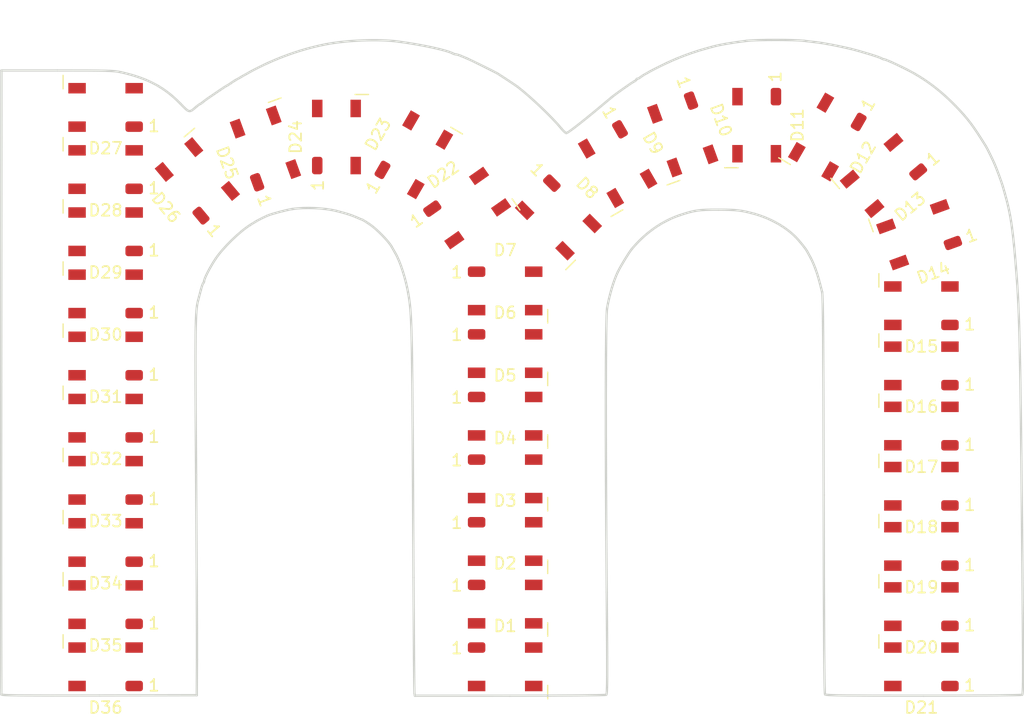
<source format=kicad_pcb>
(kicad_pcb (version 20221018) (generator pcbnew)
  (layers (0 "F.Cu" signal) (31 "B.Cu" signal) (34 "B.Paste" user) (35 "F.Paste" user) (36 "B.SilkS" user "B.Silkscreen") (37 "F.SilkS" user "F.Silkscreen") (38 "B.Mask" user) (39 "F.Mask" user) (44 "Edge.Cuts" user))
  (net 0 "")
  (net 1 "+5V")
  (net 2 "Net-(D1-DOUT)")
  (net 3 "GND")
  (net 5 "Net-(D2-DOUT)")
  (net 6 "Net-(D3-DOUT)")
  (net 7 "Net-(D4-DOUT)")
  (net 8 "Net-(D5-DOUT)")
  (net 9 "Net-(D6-DOUT)")
  (net 10 "Net-(D7-DOUT)")
  (net 11 "Net-(D8-DOUT)")
  (net 12 "Net-(D10-DIN)")
  (net 13 "Net-(D11-DOUT)")
  (net 14 "Net-(D12-DOUT)")
  (net 15 "Net-(D13-DOUT)")
  (net 16 "Net-(D14-DOUT)")
  (net 17 "Net-(D15-DOUT)")
  (net 18 "Net-(D16-DOUT)")
  (net 19 "Net-(D17-DOUT)")
  (net 20 "Net-(D18-DOUT)")
  (net 21 "Net-(D19-DOUT)")
  (net 22 "Net-(D21-DOUT)")
  (net 23 "Net-(D22-DOUT)")
  (net 24 "Net-(D23-DOUT)")
  (net 25 "Net-(D24-DOUT)")
  (net 26 "Net-(D25-DOUT)")
  (net 27 "Net-(D26-DOUT)")
  (net 28 "Net-(D27-DOUT)")
  (net 29 "Net-(D28-DOUT)")
  (net 30 "Net-(D29-DOUT)")
  (net 31 "Net-(D31-DOUT)")
  (net 32 "Net-(D10-DOUT)")
  (net 33 "Net-(D20-DOUT)")
  (net 34 "Net-(D30-DOUT)")
  (net 35 "Net-(D32-DOUT)")
  (net 36 "Net-(D33-DOUT)")
  (net 37 "Net-(D34-DOUT)")
  (net 38 "Net-(D35-DOUT)")
  (footprint "library:LED_WS2812B_PLCC4_5.0x5.0mm_P3.2mm" (layer "F.Cu") (at 181.774 90.593332 180)
    (fp_text reference "D17" (at 0 -3.5) (layer "F.SilkS"))
    (fp_text value "WS2812B")
    (fp_text user "1" (at -4.15 -1.6) (layer "F.SilkS"))
    (fp_line (start 3.65 2.75) (end 3.65 1.6) (stroke (width 0.12)) (layer "F.SilkS"))
    (pad "1" smd roundrect (at -2.45 -1.65 180) (size 1.5 0.9) (layers "F.Cu" "F.Paste" "F.Mask") (net 1 "+5V"))
    (pad "2" smd rect (at -2.45 1.65 180) (size 1.5 0.9) (layers "F.Cu" "F.Paste" "F.Mask") (net 19 "Net-(D17-DOUT)"))
    (pad "3" smd rect (at 2.45 1.65 180) (size 1.5 0.9) (layers "F.Cu" "F.Paste" "F.Mask") (net 3 "GND"))
    (pad "4" smd rect (at 2.45 -1.65 180) (size 1.5 0.9) (layers "F.Cu" "F.Paste" "F.Mask") (net 18 "Net-(D16-DOUT)"))
  )
  (footprint "library:LED_WS2812B_PLCC4_5.0x5.0mm_P3.2mm" (layer "F.Cu") (at 181.774 80.264 180)
    (fp_text reference "D15" (at 0 -3.5) (layer "F.SilkS"))
    (fp_text value "WS2812B")
    (fp_text user "1" (at -4.15 -1.6) (layer "F.SilkS"))
    (fp_line (start 3.65 2.75) (end 3.65 1.6) (stroke (width 0.12)) (layer "F.SilkS"))
    (pad "1" smd roundrect (at -2.45 -1.65 180) (size 1.5 0.9) (layers "F.Cu" "F.Paste" "F.Mask") (net 1 "+5V"))
    (pad "2" smd rect (at -2.45 1.65 180) (size 1.5 0.9) (layers "F.Cu" "F.Paste" "F.Mask") (net 17 "Net-(D15-DOUT)"))
    (pad "3" smd rect (at 2.45 1.65 180) (size 1.5 0.9) (layers "F.Cu" "F.Paste" "F.Mask") (net 3 "GND"))
    (pad "4" smd rect (at 2.45 -1.65 180) (size 1.5 0.9) (layers "F.Cu" "F.Paste" "F.Mask") (net 16 "Net-(D14-DOUT)"))
  )
  (footprint "library:LED_WS2812B_PLCC4_5.0x5.0mm_P3.2mm" (layer "F.Cu") (at 146.05 78.994)
    (fp_text reference "D7" (at 0 -3.5) (layer "F.SilkS"))
    (fp_text value "WS2812B")
    (fp_text user "1" (at -4.15 -1.6) (layer "F.SilkS"))
    (fp_line (start 3.65 2.75) (end 3.65 1.6) (stroke (width 0.12)) (layer "F.SilkS"))
    (pad "1" smd roundrect (at -2.45 -1.65) (size 1.5 0.9) (layers "F.Cu" "F.Paste" "F.Mask") (net 1 "+5V"))
    (pad "2" smd rect (at -2.45 1.65) (size 1.5 0.9) (layers "F.Cu" "F.Paste" "F.Mask") (net 10 "Net-(D7-DOUT)"))
    (pad "3" smd rect (at 2.45 1.65) (size 1.5 0.9) (layers "F.Cu" "F.Paste" "F.Mask") (net 3 "GND"))
    (pad "4" smd rect (at 2.45 -1.65) (size 1.5 0.9) (layers "F.Cu" "F.Paste" "F.Mask") (net 9 "Net-(D6-DOUT)"))
  )
  (footprint "library:LED_WS2812B_PLCC4_5.0x5.0mm_P3.2mm" (layer "F.Cu") (at 181.61 74.168 -160)
    (fp_text reference "D14" (at 0 -3.5 20) (layer "F.SilkS"))
    (fp_text value "WS2812B")
    (fp_text user "1" (at -4.15 -1.6 20) (layer "F.SilkS"))
    (fp_line (start 3.65 2.75) (end 3.65 1.6) (stroke (width 0.12)) (layer "F.SilkS"))
    (pad "1" smd roundrect (at -2.45 -1.65 200) (size 1.5 0.9) (layers "F.Cu" "F.Paste" "F.Mask") (net 1 "+5V"))
    (pad "2" smd rect (at -2.45 1.65 200) (size 1.5 0.9) (layers "F.Cu" "F.Paste" "F.Mask") (net 16 "Net-(D14-DOUT)"))
    (pad "3" smd rect (at 2.45 1.65 200) (size 1.5 0.9) (layers "F.Cu" "F.Paste" "F.Mask") (net 3 "GND"))
    (pad "4" smd rect (at 2.45 -1.65 200) (size 1.5 0.9) (layers "F.Cu" "F.Paste" "F.Mask") (net 15 "Net-(D13-DOUT)"))
  )
  (footprint "library:LED_WS2812B_PLCC4_5.0x5.0mm_P3.2mm" (layer "F.Cu") (at 125.476 66.802 110)
    (fp_text reference "D25" (at 0 -3.5 110) (layer "F.SilkS"))
    (fp_text value "WS2812B")
    (fp_text user "1" (at -4.15 -1.6 110) (layer "F.SilkS"))
    (fp_line (start 3.65 2.75) (end 3.65 1.6) (stroke (width 0.12)) (layer "F.SilkS"))
    (pad "1" smd roundrect (at -2.45 -1.65 110) (size 1.5 0.9) (layers "F.Cu" "F.Paste" "F.Mask") (net 1 "+5V"))
    (pad "2" smd rect (at -2.45 1.65 110) (size 1.5 0.9) (layers "F.Cu" "F.Paste" "F.Mask") (net 26 "Net-(D25-DOUT)"))
    (pad "3" smd rect (at 2.45 1.65 110) (size 1.5 0.9) (layers "F.Cu" "F.Paste" "F.Mask") (net 3 "GND"))
    (pad "4" smd rect (at 2.45 -1.65 110) (size 1.5 0.9) (layers "F.Cu" "F.Paste" "F.Mask") (net 25 "Net-(D24-DOUT)"))
  )
  (footprint "library:LED_WS2812B_PLCC4_5.0x5.0mm_P3.2mm" (layer "F.Cu") (at 181.774 85.428666 180)
    (fp_text reference "D16" (at 0 -3.5) (layer "F.SilkS"))
    (fp_text value "WS2812B")
    (fp_text user "1" (at -4.15 -1.6) (layer "F.SilkS"))
    (fp_line (start 3.65 2.75) (end 3.65 1.6) (stroke (width 0.12)) (layer "F.SilkS"))
    (pad "1" smd roundrect (at -2.45 -1.65 180) (size 1.5 0.9) (layers "F.Cu" "F.Paste" "F.Mask") (net 1 "+5V"))
    (pad "2" smd rect (at -2.45 1.65 180) (size 1.5 0.9) (layers "F.Cu" "F.Paste" "F.Mask") (net 18 "Net-(D16-DOUT)"))
    (pad "3" smd rect (at 2.45 1.65 180) (size 1.5 0.9) (layers "F.Cu" "F.Paste" "F.Mask") (net 3 "GND"))
    (pad "4" smd rect (at 2.45 -1.65 180) (size 1.5 0.9) (layers "F.Cu" "F.Paste" "F.Mask") (net 17 "Net-(D15-DOUT)"))
  )
  (footprint "library:LED_WS2812B_PLCC4_5.0x5.0mm_P3.2mm" (layer "F.Cu") (at 146.05 105.875665)
    (fp_text reference "D2" (at 0 -3.5) (layer "F.SilkS"))
    (fp_text value "WS2812B")
    (fp_text user "1" (at -4.15 -1.6) (layer "F.SilkS"))
    (fp_line (start 3.65 2.75) (end 3.65 1.6) (stroke (width 0.12)) (layer "F.SilkS"))
    (pad "1" smd roundrect (at -2.45 -1.65) (size 1.5 0.9) (layers "F.Cu" "F.Paste" "F.Mask") (net 1 "+5V"))
    (pad "2" smd rect (at -2.45 1.65) (size 1.5 0.9) (layers "F.Cu" "F.Paste" "F.Mask") (net 5 "Net-(D2-DOUT)"))
    (pad "3" smd rect (at 2.45 1.65) (size 1.5 0.9) (layers "F.Cu" "F.Paste" "F.Mask") (net 3 "GND"))
    (pad "4" smd rect (at 2.45 -1.65) (size 1.5 0.9) (layers "F.Cu" "F.Paste" "F.Mask") (net 2 "Net-(D1-DOUT)"))
  )
  (footprint "library:LED_WS2812B_PLCC4_5.0x5.0mm_P3.2mm" (layer "F.Cu") (at 142.748 71.882 35)
    (fp_text reference "D22" (at 0 -3.5 35) (layer "F.SilkS"))
    (fp_text value "WS2812B")
    (fp_text user "1" (at -4.15 -1.6 35) (layer "F.SilkS"))
    (fp_line (start 3.65 2.75) (end 3.65 1.6) (stroke (width 0.12)) (layer "F.SilkS"))
    (pad "1" smd roundrect (at -2.45 -1.65 35) (size 1.5 0.9) (layers "F.Cu" "F.Paste" "F.Mask") (net 1 "+5V"))
    (pad "2" smd rect (at -2.45 1.65 35) (size 1.5 0.9) (layers "F.Cu" "F.Paste" "F.Mask") (net 23 "Net-(D22-DOUT)"))
    (pad "3" smd rect (at 2.45 1.65 35) (size 1.5 0.9) (layers "F.Cu" "F.Paste" "F.Mask") (net 3 "GND"))
    (pad "4" smd rect (at 2.45 -1.65 35) (size 1.5 0.9) (layers "F.Cu" "F.Paste" "F.Mask") (net 22 "Net-(D21-DOUT)"))
  )
  (footprint "library:LED_WS2812B_PLCC4_5.0x5.0mm_P3.2mm" (layer "F.Cu") (at 111.76 84.582 180)
    (fp_text reference "D31" (at 0 -3.5) (layer "F.SilkS"))
    (fp_text value "WS2812B")
    (fp_text user "1" (at -4.15 -1.6) (layer "F.SilkS"))
    (fp_line (start 3.65 2.75) (end 3.65 1.6) (stroke (width 0.12)) (layer "F.SilkS"))
    (pad "1" smd roundrect (at -2.45 -1.65 180) (size 1.5 0.9) (layers "F.Cu" "F.Paste" "F.Mask") (net 1 "+5V"))
    (pad "2" smd rect (at -2.45 1.65 180) (size 1.5 0.9) (layers "F.Cu" "F.Paste" "F.Mask") (net 31 "Net-(D31-DOUT)"))
    (pad "3" smd rect (at 2.45 1.65 180) (size 1.5 0.9) (layers "F.Cu" "F.Paste" "F.Mask") (net 3 "GND"))
    (pad "4" smd rect (at 2.45 -1.65 180) (size 1.5 0.9) (layers "F.Cu" "F.Paste" "F.Mask") (net 34 "Net-(D30-DOUT)"))
  )
  (footprint "library:LED_WS2812B_PLCC4_5.0x5.0mm_P3.2mm" (layer "F.Cu") (at 111.76 89.916 180)
    (fp_text reference "D32" (at 0 -3.5) (layer "F.SilkS"))
    (fp_text value "WS2812B")
    (fp_text user "1" (at -4.15 -1.6) (layer "F.SilkS"))
    (fp_line (start 3.65 2.75) (end 3.65 1.6) (stroke (width 0.12)) (layer "F.SilkS"))
    (pad "1" smd roundrect (at -2.45 -1.65 180) (size 1.5 0.9) (layers "F.Cu" "F.Paste" "F.Mask") (net 1 "+5V"))
    (pad "2" smd rect (at -2.45 1.65 180) (size 1.5 0.9) (layers "F.Cu" "F.Paste" "F.Mask") (net 35 "Net-(D32-DOUT)"))
    (pad "3" smd rect (at 2.45 1.65 180) (size 1.5 0.9) (layers "F.Cu" "F.Paste" "F.Mask") (net 3 "GND"))
    (pad "4" smd rect (at 2.45 -1.65 180) (size 1.5 0.9) (layers "F.Cu" "F.Paste" "F.Mask") (net 31 "Net-(D31-DOUT)"))
  )
  (footprint "library:LED_WS2812B_PLCC4_5.0x5.0mm_P3.2mm" (layer "F.Cu") (at 111.76 63.246 180)
    (fp_text reference "D27" (at 0 -3.5) (layer "F.SilkS"))
    (fp_text value "WS2812B")
    (fp_text user "1" (at -4.15 -1.6) (layer "F.SilkS"))
    (fp_line (start 3.65 2.75) (end 3.65 1.6) (stroke (width 0.12)) (layer "F.SilkS"))
    (pad "1" smd roundrect (at -2.45 -1.65 180) (size 1.5 0.9) (layers "F.Cu" "F.Paste" "F.Mask") (net 1 "+5V"))
    (pad "2" smd rect (at -2.45 1.65 180) (size 1.5 0.9) (layers "F.Cu" "F.Paste" "F.Mask") (net 28 "Net-(D27-DOUT)"))
    (pad "3" smd rect (at 2.45 1.65 180) (size 1.5 0.9) (layers "F.Cu" "F.Paste" "F.Mask") (net 3 "GND"))
    (pad "4" smd rect (at 2.45 -1.65 180) (size 1.5 0.9) (layers "F.Cu" "F.Paste" "F.Mask") (net 27 "Net-(D26-DOUT)"))
  )
  (footprint "library:LED_WS2812B_PLCC4_5.0x5.0mm_P3.2mm" (layer "F.Cu") (at 181.774 95.757998 180)
    (fp_text reference "D18" (at 0 -3.5) (layer "F.SilkS"))
    (fp_text value "WS2812B")
    (fp_text user "1" (at -4.15 -1.6) (layer "F.SilkS"))
    (fp_line (start 3.65 2.75) (end 3.65 1.6) (stroke (width 0.12)) (layer "F.SilkS"))
    (pad "1" smd roundrect (at -2.45 -1.65 180) (size 1.5 0.9) (layers "F.Cu" "F.Paste" "F.Mask") (net 1 "+5V"))
    (pad "2" smd rect (at -2.45 1.65 180) (size 1.5 0.9) (layers "F.Cu" "F.Paste" "F.Mask") (net 20 "Net-(D18-DOUT)"))
    (pad "3" smd rect (at 2.45 1.65 180) (size 1.5 0.9) (layers "F.Cu" "F.Paste" "F.Mask") (net 3 "GND"))
    (pad "4" smd rect (at 2.45 -1.65 180) (size 1.5 0.9) (layers "F.Cu" "F.Paste" "F.Mask") (net 19 "Net-(D17-DOUT)"))
  )
  (footprint "library:LED_WS2812B_PLCC4_5.0x5.0mm_P3.2mm" (layer "F.Cu") (at 173.736 65.786 -120)
    (fp_text reference "D12" (at 0 -3.5 60) (layer "F.SilkS"))
    (fp_text value "WS2812B")
    (fp_text user "1" (at -4.15 -1.6 60) (layer "F.SilkS"))
    (fp_line (start 3.65 2.75) (end 3.65 1.6) (stroke (width 0.12)) (layer "F.SilkS"))
    (pad "1" smd roundrect (at -2.45 -1.65 240) (size 1.5 0.9) (layers "F.Cu" "F.Paste" "F.Mask") (net 1 "+5V"))
    (pad "2" smd rect (at -2.45 1.65 240) (size 1.5 0.9) (layers "F.Cu" "F.Paste" "F.Mask") (net 14 "Net-(D12-DOUT)"))
    (pad "3" smd rect (at 2.45 1.65 240) (size 1.5 0.9) (layers "F.Cu" "F.Paste" "F.Mask") (net 3 "GND"))
    (pad "4" smd rect (at 2.45 -1.65 240) (size 1.5 0.9) (layers "F.Cu" "F.Paste" "F.Mask") (net 13 "Net-(D11-DOUT)"))
  )
  (footprint "library:LED_WS2812B_PLCC4_5.0x5.0mm_P3.2mm" (layer "F.Cu") (at 178.562 69.088 -140)
    (fp_text reference "D13" (at 0 -3.5 40) (layer "F.SilkS"))
    (fp_text value "WS2812B")
    (fp_text user "1" (at -4.15 -1.6 40) (layer "F.SilkS"))
    (fp_line (start 3.65 2.75) (end 3.65 1.6) (stroke (width 0.12)) (layer "F.SilkS"))
    (pad "1" smd roundrect (at -2.45 -1.65 220) (size 1.5 0.9) (layers "F.Cu" "F.Paste" "F.Mask") (net 1 "+5V"))
    (pad "2" smd rect (at -2.45 1.65 220) (size 1.5 0.9) (layers "F.Cu" "F.Paste" "F.Mask") (net 15 "Net-(D13-DOUT)"))
    (pad "3" smd rect (at 2.45 1.65 220) (size 1.5 0.9) (layers "F.Cu" "F.Paste" "F.Mask") (net 3 "GND"))
    (pad "4" smd rect (at 2.45 -1.65 220) (size 1.5 0.9) (layers "F.Cu" "F.Paste" "F.Mask") (net 14 "Net-(D12-DOUT)"))
  )
  (footprint "library:LED_WS2812B_PLCC4_5.0x5.0mm_P3.2mm" (layer "F.Cu") (at 167.64 64.77 -90)
    (fp_text reference "D11" (at 0 -3.5 90) (layer "F.SilkS"))
    (fp_text value "WS2812B")
    (fp_text user "1" (at -4.15 -1.6 90) (layer "F.SilkS"))
    (fp_line (start 3.65 2.75) (end 3.65 1.6) (stroke (width 0.12)) (layer "F.SilkS"))
    (pad "1" smd roundrect (at -2.45 -1.65 270) (size 1.5 0.9) (layers "F.Cu" "F.Paste" "F.Mask") (net 1 "+5V"))
    (pad "2" smd rect (at -2.45 1.65 270) (size 1.5 0.9) (layers "F.Cu" "F.Paste" "F.Mask") (net 13 "Net-(D11-DOUT)"))
    (pad "3" smd rect (at 2.45 1.65 270) (size 1.5 0.9) (layers "F.Cu" "F.Paste" "F.Mask") (net 3 "GND"))
    (pad "4" smd rect (at 2.45 -1.65 270) (size 1.5 0.9) (layers "F.Cu" "F.Paste" "F.Mask") (net 32 "Net-(D10-DOUT)"))
  )
  (footprint "library:LED_WS2812B_PLCC4_5.0x5.0mm_P3.2mm" (layer "F.Cu") (at 146.05 111.252)
    (fp_text reference "D1" (at 0 -3.5) (layer "F.SilkS"))
    (fp_text value "WS2812B")
    (fp_text user "1" (at -4.15 -1.6) (layer "F.SilkS"))
    (fp_line (start 3.65 2.75) (end 3.65 1.6) (stroke (width 0.12)) (layer "F.SilkS"))
    (pad "1" smd roundrect (at -2.45 -1.65) (size 1.5 0.9) (layers "F.Cu" "F.Paste" "F.Mask") (net 1 "+5V"))
    (pad "2" smd rect (at -2.45 1.65) (size 1.5 0.9) (layers "F.Cu" "F.Paste" "F.Mask") (net 2 "Net-(D1-DOUT)"))
    (pad "3" smd rect (at 2.45 1.65) (size 1.5 0.9) (layers "F.Cu" "F.Paste" "F.Mask") (net 3 "GND"))
    (pad "4" smd rect (at 2.45 -1.65) (size 1.5 0.9) (layers "F.Cu" "F.Paste" "F.Mask"))
  )
  (footprint "library:LED_WS2812B_PLCC4_5.0x5.0mm_P3.2mm" (layer "F.Cu") (at 155.702 68.072 -60)
    (fp_text reference "D9" (at 0 -3.5 120) (layer "F.SilkS"))
    (fp_text value "WS2812B")
    (fp_text user "1" (at -4.15 -1.6 120) (layer "F.SilkS"))
    (fp_line (start 3.65 2.75) (end 3.65 1.6) (stroke (width 0.12)) (layer "F.SilkS"))
    (pad "1" smd roundrect (at -2.45 -1.65 300) (size 1.5 0.9) (layers "F.Cu" "F.Paste" "F.Mask") (net 1 "+5V"))
    (pad "2" smd rect (at -2.45 1.65 300) (size 1.5 0.9) (layers "F.Cu" "F.Paste" "F.Mask") (net 12 "Net-(D10-DIN)"))
    (pad "3" smd rect (at 2.45 1.65 300) (size 1.5 0.9) (layers "F.Cu" "F.Paste" "F.Mask") (net 3 "GND"))
    (pad "4" smd rect (at 2.45 -1.65 300) (size 1.5 0.9) (layers "F.Cu" "F.Paste" "F.Mask") (net 11 "Net-(D8-DOUT)"))
  )
  (footprint "library:LED_WS2812B_PLCC4_5.0x5.0mm_P3.2mm" (layer "F.Cu") (at 138.176 67.31 60)
    (fp_text reference "D23" (at 0 -3.5 60) (layer "F.SilkS"))
    (fp_text value "WS2812B")
    (fp_text user "1" (at -4.15 -1.6 60) (layer "F.SilkS"))
    (fp_line (start 3.65 2.75) (end 3.65 1.6) (stroke (width 0.12)) (layer "F.SilkS"))
    (pad "1" smd roundrect (at -2.45 -1.65 60) (size 1.5 0.9) (layers "F.Cu" "F.Paste" "F.Mask") (net 1 "+5V"))
    (pad "2" smd rect (at -2.45 1.65 60) (size 1.5 0.9) (layers "F.Cu" "F.Paste" "F.Mask") (net 24 "Net-(D23-DOUT)"))
    (pad "3" smd rect (at 2.45 1.65 60) (size 1.5 0.9) (layers "F.Cu" "F.Paste" "F.Mask") (net 3 "GND"))
    (pad "4" smd rect (at 2.45 -1.65 60) (size 1.5 0.9) (layers "F.Cu" "F.Paste" "F.Mask") (net 23 "Net-(D22-DOUT)"))
  )
  (footprint "library:LED_WS2812B_PLCC4_5.0x5.0mm_P3.2mm" (layer "F.Cu") (at 181.774 111.251996 180)
    (fp_text reference "D21" (at 0 -3.5) (layer "F.SilkS"))
    (fp_text value "WS2812B")
    (fp_text user "1" (at -4.15 -1.6) (layer "F.SilkS"))
    (fp_line (start 3.65 2.75) (end 3.65 1.6) (stroke (width 0.12)) (layer "F.SilkS"))
    (pad "1" smd roundrect (at -2.45 -1.65 180) (size 1.5 0.9) (layers "F.Cu" "F.Paste" "F.Mask") (net 1 "+5V"))
    (pad "2" smd rect (at -2.45 1.65 180) (size 1.5 0.9) (layers "F.Cu" "F.Paste" "F.Mask") (net 22 "Net-(D21-DOUT)"))
    (pad "3" smd rect (at 2.45 1.65 180) (size 1.5 0.9) (layers "F.Cu" "F.Paste" "F.Mask") (net 3 "GND"))
    (pad "4" smd rect (at 2.45 -1.65 180) (size 1.5 0.9) (layers "F.Cu" "F.Paste" "F.Mask") (net 33 "Net-(D20-DOUT)"))
  )
  (footprint "library:LED_WS2812B_PLCC4_5.0x5.0mm_P3.2mm" (layer "F.Cu") (at 111.76 73.914 180)
    (fp_text reference "D29" (at 0 -3.5) (layer "F.SilkS"))
    (fp_text value "WS2812B")
    (fp_text user "1" (at -4.15 -1.6) (layer "F.SilkS"))
    (fp_line (start 3.65 2.75) (end 3.65 1.6) (stroke (width 0.12)) (layer "F.SilkS"))
    (pad "1" smd roundrect (at -2.45 -1.65 180) (size 1.5 0.9) (layers "F.Cu" "F.Paste" "F.Mask") (net 1 "+5V"))
    (pad "2" smd rect (at -2.45 1.65 180) (size 1.5 0.9) (layers "F.Cu" "F.Paste" "F.Mask") (net 30 "Net-(D29-DOUT)"))
    (pad "3" smd rect (at 2.45 1.65 180) (size 1.5 0.9) (layers "F.Cu" "F.Paste" "F.Mask") (net 3 "GND"))
    (pad "4" smd rect (at 2.45 -1.65 180) (size 1.5 0.9) (layers "F.Cu" "F.Paste" "F.Mask") (net 29 "Net-(D28-DOUT)"))
  )
  (footprint "library:LED_WS2812B_PLCC4_5.0x5.0mm_P3.2mm" (layer "F.Cu") (at 119.634 69.596 130)
    (fp_text reference "D26" (at 0 -3.5 130) (layer "F.SilkS"))
    (fp_text value "WS2812B")
    (fp_text user "1" (at -4.15 -1.6 130) (layer "F.SilkS"))
    (fp_line (start 3.65 2.75) (end 3.65 1.6) (stroke (width 0.12)) (layer "F.SilkS"))
    (pad "1" smd roundrect (at -2.45 -1.65 130) (size 1.5 0.9) (layers "F.Cu" "F.Paste" "F.Mask") (net 1 "+5V"))
    (pad "2" smd rect (at -2.45 1.65 130) (size 1.5 0.9) (layers "F.Cu" "F.Paste" "F.Mask") (net 27 "Net-(D26-DOUT)"))
    (pad "3" smd rect (at 2.45 1.65 130) (size 1.5 0.9) (layers "F.Cu" "F.Paste" "F.Mask") (net 3 "GND"))
    (pad "4" smd rect (at 2.45 -1.65 130) (size 1.5 0.9) (layers "F.Cu" "F.Paste" "F.Mask") (net 26 "Net-(D25-DOUT)"))
  )
  (footprint "library:LED_WS2812B_PLCC4_5.0x5.0mm_P3.2mm" (layer "F.Cu") (at 111.76 95.25 180)
    (fp_text reference "D33" (at 0 -3.5) (layer "F.SilkS"))
    (fp_text value "WS2812B")
    (fp_text user "1" (at -4.15 -1.6) (layer "F.SilkS"))
    (fp_line (start 3.65 2.75) (end 3.65 1.6) (stroke (width 0.12)) (layer "F.SilkS"))
    (pad "1" smd roundrect (at -2.45 -1.65 180) (size 1.5 0.9) (layers "F.Cu" "F.Paste" "F.Mask") (net 1 "+5V"))
    (pad "2" smd rect (at -2.45 1.65 180) (size 1.5 0.9) (layers "F.Cu" "F.Paste" "F.Mask") (net 36 "Net-(D33-DOUT)"))
    (pad "3" smd rect (at 2.45 1.65 180) (size 1.5 0.9) (layers "F.Cu" "F.Paste" "F.Mask") (net 3 "GND"))
    (pad "4" smd rect (at 2.45 -1.65 180) (size 1.5 0.9) (layers "F.Cu" "F.Paste" "F.Mask") (net 35 "Net-(D32-DOUT)"))
  )
  (footprint "library:LED_WS2812B_PLCC4_5.0x5.0mm_P3.2mm" (layer "F.Cu") (at 181.774 106.08733 180)
    (fp_text reference "D20" (at 0 -3.5) (layer "F.SilkS"))
    (fp_text value "WS2812B")
    (fp_text user "1" (at -4.15 -1.6) (layer "F.SilkS"))
    (fp_line (start 3.65 2.75) (end 3.65 1.6) (stroke (width 0.12)) (layer "F.SilkS"))
    (pad "1" smd roundrect (at -2.45 -1.65 180) (size 1.5 0.9) (layers "F.Cu" "F.Paste" "F.Mask") (net 1 "+5V"))
    (pad "2" smd rect (at -2.45 1.65 180) (size 1.5 0.9) (layers "F.Cu" "F.Paste" "F.Mask") (net 33 "Net-(D20-DOUT)"))
    (pad "3" smd rect (at 2.45 1.65 180) (size 1.5 0.9) (layers "F.Cu" "F.Paste" "F.Mask") (net 3 "GND"))
    (pad "4" smd rect (at 2.45 -1.65 180) (size 1.5 0.9) (layers "F.Cu" "F.Paste" "F.Mask") (net 21 "Net-(D19-DOUT)"))
  )
  (footprint "library:LED_WS2812B_PLCC4_5.0x5.0mm_P3.2mm" (layer "F.Cu") (at 111.76 105.918 180)
    (fp_text reference "D35" (at 0 -3.5) (layer "F.SilkS"))
    (fp_text value "WS2812B")
    (fp_text user "1" (at -4.15 -1.6) (layer "F.SilkS"))
    (fp_line (start 3.65 2.75) (end 3.65 1.6) (stroke (width 0.12)) (layer "F.SilkS"))
    (pad "1" smd roundrect (at -2.45 -1.65 180) (size 1.5 0.9) (layers "F.Cu" "F.Paste" "F.Mask") (net 1 "+5V"))
    (pad "2" smd rect (at -2.45 1.65 180) (size 1.5 0.9) (layers "F.Cu" "F.Paste" "F.Mask") (net 38 "Net-(D35-DOUT)"))
    (pad "3" smd rect (at 2.45 1.65 180) (size 1.5 0.9) (layers "F.Cu" "F.Paste" "F.Mask") (net 3 "GND"))
    (pad "4" smd rect (at 2.45 -1.65 180) (size 1.5 0.9) (layers "F.Cu" "F.Paste" "F.Mask") (net 37 "Net-(D34-DOUT)"))
  )
  (footprint "library:LED_WS2812B_PLCC4_5.0x5.0mm_P3.2mm" (layer "F.Cu") (at 181.774 100.922664 180)
    (fp_text reference "D19" (at 0 -3.5) (layer "F.SilkS"))
    (fp_text value "WS2812B")
    (fp_text user "1" (at -4.15 -1.6) (layer "F.SilkS"))
    (fp_line (start 3.65 2.75) (end 3.65 1.6) (stroke (width 0.12)) (layer "F.SilkS"))
    (pad "1" smd roundrect (at -2.45 -1.65 180) (size 1.5 0.9) (layers "F.Cu" "F.Paste" "F.Mask") (net 1 "+5V"))
    (pad "2" smd rect (at -2.45 1.65 180) (size 1.5 0.9) (layers "F.Cu" "F.Paste" "F.Mask") (net 21 "Net-(D19-DOUT)"))
    (pad "3" smd rect (at 2.45 1.65 180) (size 1.5 0.9) (layers "F.Cu" "F.Paste" "F.Mask") (net 3 "GND"))
    (pad "4" smd rect (at 2.45 -1.65 180) (size 1.5 0.9) (layers "F.Cu" "F.Paste" "F.Mask") (net 20 "Net-(D18-DOUT)"))
  )
  (footprint "library:LED_WS2812B_PLCC4_5.0x5.0mm_P3.2mm" (layer "F.Cu") (at 146.05 84.370333)
    (fp_text reference "D6" (at 0 -3.5) (layer "F.SilkS"))
    (fp_text value "WS2812B")
    (fp_text user "1" (at -4.15 -1.6) (layer "F.SilkS"))
    (fp_line (start 3.65 2.75) (end 3.65 1.6) (stroke (width 0.12)) (layer "F.SilkS"))
    (pad "1" smd roundrect (at -2.45 -1.65) (size 1.5 0.9) (layers "F.Cu" "F.Paste" "F.Mask") (net 1 "+5V"))
    (pad "2" smd rect (at -2.45 1.65) (size 1.5 0.9) (layers "F.Cu" "F.Paste" "F.Mask") (net 9 "Net-(D6-DOUT)"))
    (pad "3" smd rect (at 2.45 1.65) (size 1.5 0.9) (layers "F.Cu" "F.Paste" "F.Mask") (net 3 "GND"))
    (pad "4" smd rect (at 2.45 -1.65) (size 1.5 0.9) (layers "F.Cu" "F.Paste" "F.Mask") (net 8 "Net-(D5-DOUT)"))
  )
  (footprint "library:LED_WS2812B_PLCC4_5.0x5.0mm_P3.2mm" (layer "F.Cu") (at 146.05 100.499332)
    (fp_text reference "D3" (at 0 -3.5) (layer "F.SilkS"))
    (fp_text value "WS2812B")
    (fp_text user "1" (at -4.15 -1.6) (layer "F.SilkS"))
    (fp_line (start 3.65 2.75) (end 3.65 1.6) (stroke (width 0.12)) (layer "F.SilkS"))
    (pad "1" smd roundrect (at -2.45 -1.65) (size 1.5 0.9) (layers "F.Cu" "F.Paste" "F.Mask") (net 1 "+5V"))
    (pad "2" smd rect (at -2.45 1.65) (size 1.5 0.9) (layers "F.Cu" "F.Paste" "F.Mask") (net 6 "Net-(D3-DOUT)"))
    (pad "3" smd rect (at 2.45 1.65) (size 1.5 0.9) (layers "F.Cu" "F.Paste" "F.Mask") (net 3 "GND"))
    (pad "4" smd rect (at 2.45 -1.65) (size 1.5 0.9) (layers "F.Cu" "F.Paste" "F.Mask") (net 5 "Net-(D2-DOUT)"))
  )
  (footprint "library:LED_WS2812B_PLCC4_5.0x5.0mm_P3.2mm" (layer "F.Cu") (at 161.29 65.532 -70)
    (fp_text reference "D10" (at 0 -3.5 110) (layer "F.SilkS"))
    (fp_text value "WS2812B")
    (fp_text user "1" (at -4.15 -1.6 110) (layer "F.SilkS"))
    (fp_line (start 3.65 2.75) (end 3.65 1.6) (stroke (width 0.12)) (layer "F.SilkS"))
    (pad "1" smd roundrect (at -2.45 -1.65 290) (size 1.5 0.9) (layers "F.Cu" "F.Paste" "F.Mask") (net 1 "+5V"))
    (pad "2" smd rect (at -2.45 1.65 290) (size 1.5 0.9) (layers "F.Cu" "F.Paste" "F.Mask") (net 32 "Net-(D10-DOUT)"))
    (pad "3" smd rect (at 2.45 1.65 290) (size 1.5 0.9) (layers "F.Cu" "F.Paste" "F.Mask") (net 3 "GND"))
    (pad "4" smd rect (at 2.45 -1.65 290) (size 1.5 0.9) (layers "F.Cu" "F.Paste" "F.Mask") (net 12 "Net-(D10-DIN)"))
  )
  (footprint "library:LED_WS2812B_PLCC4_5.0x5.0mm_P3.2mm" (layer "F.Cu") (at 111.76 100.584 180)
    (fp_text reference "D34" (at 0 -3.5) (layer "F.SilkS"))
    (fp_text value "WS2812B")
    (fp_text user "1" (at -4.15 -1.6) (layer "F.SilkS"))
    (fp_line (start 3.65 2.75) (end 3.65 1.6) (stroke (width 0.12)) (layer "F.SilkS"))
    (pad "1" smd roundrect (at -2.45 -1.65 180) (size 1.5 0.9) (layers "F.Cu" "F.Paste" "F.Mask") (net 1 "+5V"))
    (pad "2" smd rect (at -2.45 1.65 180) (size 1.5 0.9) (layers "F.Cu" "F.Paste" "F.Mask") (net 37 "Net-(D34-DOUT)"))
    (pad "3" smd rect (at 2.45 1.65 180) (size 1.5 0.9) (layers "F.Cu" "F.Paste" "F.Mask") (net 3 "GND"))
    (pad "4" smd rect (at 2.45 -1.65 180) (size 1.5 0.9) (layers "F.Cu" "F.Paste" "F.Mask") (net 36 "Net-(D33-DOUT)"))
  )
  (footprint "library:LED_WS2812B_PLCC4_5.0x5.0mm_P3.2mm" (layer "F.Cu") (at 111.76 111.252 180)
    (fp_text reference "D36" (at 0 -3.5) (layer "F.SilkS"))
    (fp_text value "WS2812B")
    (fp_text user "1" (at -4.15 -1.6) (layer "F.SilkS"))
    (fp_line (start 3.65 2.75) (end 3.65 1.6) (stroke (width 0.12)) (layer "F.SilkS"))
    (pad "1" smd roundrect (at -2.45 -1.65 180) (size 1.5 0.9) (layers "F.Cu" "F.Paste" "F.Mask") (net 1 "+5V"))
    (pad "2" smd rect (at -2.45 1.65 180) (size 1.5 0.9) (layers "F.Cu" "F.Paste" "F.Mask"))
    (pad "3" smd rect (at 2.45 1.65 180) (size 1.5 0.9) (layers "F.Cu" "F.Paste" "F.Mask") (net 3 "GND"))
    (pad "4" smd rect (at 2.45 -1.65 180) (size 1.5 0.9) (layers "F.Cu" "F.Paste" "F.Mask") (net 38 "Net-(D35-DOUT)"))
  )
  (footprint "library:LED_WS2812B_PLCC4_5.0x5.0mm_P3.2mm" (layer "F.Cu") (at 111.76 79.248 180)
    (fp_text reference "D30" (at 0 -3.5) (layer "F.SilkS"))
    (fp_text value "WS2812B")
    (fp_text user "1" (at -4.15 -1.6) (layer "F.SilkS"))
    (fp_line (start 3.65 2.75) (end 3.65 1.6) (stroke (width 0.12)) (layer "F.SilkS"))
    (pad "1" smd roundrect (at -2.45 -1.65 180) (size 1.5 0.9) (layers "F.Cu" "F.Paste" "F.Mask") (net 1 "+5V"))
    (pad "2" smd rect (at -2.45 1.65 180) (size 1.5 0.9) (layers "F.Cu" "F.Paste" "F.Mask") (net 34 "Net-(D30-DOUT)"))
    (pad "3" smd rect (at 2.45 1.65 180) (size 1.5 0.9) (layers "F.Cu" "F.Paste" "F.Mask") (net 3 "GND"))
    (pad "4" smd rect (at 2.45 -1.65 180) (size 1.5 0.9) (layers "F.Cu" "F.Paste" "F.Mask") (net 30 "Net-(D29-DOUT)"))
  )
  (footprint "library:LED_WS2812B_PLCC4_5.0x5.0mm_P3.2mm" (layer "F.Cu") (at 111.76 68.58 180)
    (fp_text reference "D28" (at 0 -3.5) (layer "F.SilkS"))
    (fp_text value "WS2812B")
    (fp_text user "1" (at -4.15 -1.6) (layer "F.SilkS"))
    (fp_line (start 3.65 2.75) (end 3.65 1.6) (stroke (width 0.12)) (layer "F.SilkS"))
    (pad "1" smd roundrect (at -2.45 -1.65 180) (size 1.5 0.9) (layers "F.Cu" "F.Paste" "F.Mask") (net 1 "+5V"))
    (pad "2" smd rect (at -2.45 1.65 180) (size 1.5 0.9) (layers "F.Cu" "F.Paste" "F.Mask") (net 29 "Net-(D28-DOUT)"))
    (pad "3" smd rect (at 2.45 1.65 180) (size 1.5 0.9) (layers "F.Cu" "F.Paste" "F.Mask") (net 3 "GND"))
    (pad "4" smd rect (at 2.45 -1.65 180) (size 1.5 0.9) (layers "F.Cu" "F.Paste" "F.Mask") (net 28 "Net-(D27-DOUT)"))
  )
  (footprint "library:LED_WS2812B_PLCC4_5.0x5.0mm_P3.2mm" (layer "F.Cu") (at 146.05 89.746666)
    (fp_text reference "D5" (at 0 -3.5) (layer "F.SilkS"))
    (fp_text value "WS2812B")
    (fp_text user "1" (at -4.15 -1.6) (layer "F.SilkS"))
    (fp_line (start 3.65 2.75) (end 3.65 1.6) (stroke (width 0.12)) (layer "F.SilkS"))
    (pad "1" smd roundrect (at -2.45 -1.65) (size 1.5 0.9) (layers "F.Cu" "F.Paste" "F.Mask") (net 1 "+5V"))
    (pad "2" smd rect (at -2.45 1.65) (size 1.5 0.9) (layers "F.Cu" "F.Paste" "F.Mask") (net 8 "Net-(D5-DOUT)"))
    (pad "3" smd rect (at 2.45 1.65) (size 1.5 0.9) (layers "F.Cu" "F.Paste" "F.Mask") (net 3 "GND"))
    (pad "4" smd rect (at 2.45 -1.65) (size 1.5 0.9) (layers "F.Cu" "F.Paste" "F.Mask") (net 7 "Net-(D4-DOUT)"))
  )
  (footprint "library:LED_WS2812B_PLCC4_5.0x5.0mm_P3.2mm" (layer "F.Cu") (at 150.622 72.644 -45)
    (fp_text reference "D8" (at 0 -3.5 135) (layer "F.SilkS"))
    (fp_text value "WS2812B")
    (fp_text user "1" (at -4.15 -1.6 135) (layer "F.SilkS"))
    (fp_line (start 3.65 2.75) (end 3.65 1.6) (stroke (width 0.12)) (layer "F.SilkS"))
    (pad "1" smd roundrect (at -2.45 -1.65 315) (size 1.5 0.9) (layers "F.Cu" "F.Paste" "F.Mask") (net 1 "+5V"))
    (pad "2" smd rect (at -2.45 1.65 315) (size 1.5 0.9) (layers "F.Cu" "F.Paste" "F.Mask") (net 11 "Net-(D8-DOUT)"))
    (pad "3" smd rect (at 2.45 1.65 315) (size 1.5 0.9) (layers "F.Cu" "F.Paste" "F.Mask") (net 3 "GND"))
    (pad "4" smd rect (at 2.45 -1.65 315) (size 1.5 0.9) (layers "F.Cu" "F.Paste" "F.Mask") (net 10 "Net-(D7-DOUT)"))
  )
  (footprint "library:LED_WS2812B_PLCC4_5.0x5.0mm_P3.2mm" (layer "F.Cu") (at 131.572 65.786 90)
    (fp_text reference "D24" (at 0 -3.5 90) (layer "F.SilkS"))
    (fp_text value "WS2812B")
    (fp_text user "1" (at -4.15 -1.6 90) (layer "F.SilkS"))
    (fp_line (start 3.65 2.75) (end 3.65 1.6) (stroke (width 0.12)) (layer "F.SilkS"))
    (pad "1" smd roundrect (at -2.45 -1.65 90) (size 1.5 0.9) (layers "F.Cu" "F.Paste" "F.Mask") (net 1 "+5V"))
    (pad "2" smd rect (at -2.45 1.65 90) (size 1.5 0.9) (layers "F.Cu" "F.Paste" "F.Mask") (net 25 "Net-(D24-DOUT)"))
    (pad "3" smd rect (at 2.45 1.65 90) (size 1.5 0.9) (layers "F.Cu" "F.Paste" "F.Mask") (net 3 "GND"))
    (pad "4" smd rect (at 2.45 -1.65 90) (size 1.5 0.9) (layers "F.Cu" "F.Paste" "F.Mask") (net 24 "Net-(D23-DOUT)"))
  )
  (footprint "library:LED_WS2812B_PLCC4_5.0x5.0mm_P3.2mm" (layer "F.Cu") (at 146.05 95.122999)
    (fp_text reference "D4" (at 0 -3.5) (layer "F.SilkS"))
    (fp_text value "WS2812B")
    (fp_text user "1" (at -4.15 -1.6) (layer "F.SilkS"))
    (fp_line (start 3.65 2.75) (end 3.65 1.6) (stroke (width 0.12)) (layer "F.SilkS"))
    (pad "1" smd roundrect (at -2.45 -1.65) (size 1.5 0.9) (layers "F.Cu" "F.Paste" "F.Mask") (net 1 "+5V"))
    (pad "2" smd rect (at -2.45 1.65) (size 1.5 0.9) (layers "F.Cu" "F.Paste" "F.Mask") (net 7 "Net-(D4-DOUT)"))
    (pad "3" smd rect (at 2.45 1.65) (size 1.5 0.9) (layers "F.Cu" "F.Paste" "F.Mask") (net 3 "GND"))
    (pad "4" smd rect (at 2.45 -1.65) (size 1.5 0.9) (layers "F.Cu" "F.Paste" "F.Mask") (net 6 "Net-(D3-DOUT)"))
  )
  (gr_curve (pts (xy 141.575106 58.619081) (xy 141.654761 58.662489) (xy 141.775436 58.697999) (xy 141.843305 58.697999)) (stroke (width 0.2)) (layer "Edge.Cuts"))
  (gr_curve (pts (xy 188.75995 70.018017) (xy 188.802215 70.167089) (xy 188.871862 70.41098) (xy 188.914737 70.560053)) (stroke (width 0.2)) (layer "Edge.Cuts"))
  (gr_curve (pts (xy 125.628148 72.542878) (xy 125.0044 72.82464) (xy 124.743898 72.966499) (xy 124.136355 73.355196)) (stroke (width 0.2)) (layer "Edge.Cuts"))
  (gr_line (start 119.600652 110.607471) (end 119.582465 113.692834) (stroke (width 0.2)) (layer "Edge.Cuts"))
  (gr_curve (pts (xy 166.780466 57.530919) (xy 167.604137 57.429091) (xy 170.907229 57.42777) (xy 171.700395 57.528989)) (stroke (width 0.2)) (layer "Edge.Cuts"))
  (gr_curve (pts (xy 136.309813 75.202741) (xy 136.045526 74.719887) (xy 135.000494 73.659208) (xy 134.387643 73.251792)) (stroke (width 0.2)) (layer "Edge.Cuts"))
  (gr_curve (pts (xy 151.299141 65.447185) (xy 151.444987 65.454068) (xy 152.913311 64.295549) (xy 155.194713 62.37348)) (stroke (width 0.2)) (layer "Edge.Cuts"))
  (gr_curve (pts (xy 138.183089 103.602811) (xy 138.080142 82.03717) (xy 138.064902 81.182536) (xy 137.749663 79.295011)) (stroke (width 0.2)) (layer "Edge.Cuts"))
  (gr_curve (pts (xy 178.367336 59.04542) (xy 178.410872 59.083672) (xy 178.494311 59.114965) (xy 178.55268 59.114965)) (stroke (width 0.2)) (layer "Edge.Cuts"))
  (gr_curve (pts (xy 170.959401 74.348005) (xy 170.088511 73.480773) (xy 168.799664 72.759845) (xy 167.447572 72.383696)) (stroke (width 0.2)) (layer "Edge.Cuts"))
  (gr_curve (pts (xy 122.91685 60.898705) (xy 123.00923 60.847855) (xy 123.366227 60.644705) (xy 123.710219 60.447297)) (stroke (width 0.2)) (layer "Edge.Cuts"))
  (gr_curve (pts (xy 190.473307 106.675347) (xy 190.521744 112.559613) (xy 190.51288 113.594739) (xy 190.413159 113.657858)) (stroke (width 0.2)) (layer "Edge.Cuts"))
  (gr_curve (pts (xy 121.532652 61.787324) (xy 121.871412 61.555854) (xy 122.165823 61.366446) (xy 122.18688 61.366446)) (stroke (width 0.2)) (layer "Edge.Cuts"))
  (gr_curve (pts (xy 120.583149 62.433577) (xy 120.766588 62.309625) (xy 121.193867 62.01882) (xy 121.532652 61.787324)) (stroke (width 0.2)) (layer "Edge.Cuts"))
  (gr_curve (pts (xy 145.350029 60.308663) (xy 145.545431 60.424132) (xy 146.97827 61.36924) (xy 147.100749 61.463449)) (stroke (width 0.2)) (layer "Edge.Cuts"))
  (gr_curve (pts (xy 175.661373 58.209099) (xy 176.525608 58.414306) (xy 178.258447 58.949865) (xy 178.367336 59.04542)) (stroke (width 0.2)) (layer "Edge.Cuts"))
  (gr_curve (pts (xy 163.882707 58.02848) (xy 164.506023 57.857462) (xy 165.448973 57.695562) (xy 166.780466 57.530919)) (stroke (width 0.2)) (layer "Edge.Cuts"))
  (gr_curve (pts (xy 119.926127 78.937328) (xy 119.848302 79.248707) (xy 119.751579 79.616067) (xy 119.711167 79.753659)) (stroke (width 0.2)) (layer "Edge.Cuts"))
  (gr_curve (pts (xy 173.252335 79.086553) (xy 172.964071 77.942283) (xy 172.8723 77.623386) (xy 172.676416 77.085211)) (stroke (width 0.2)) (layer "Edge.Cuts"))
  (gr_curve (pts (xy 136.885631 57.59602) (xy 138.947705 57.874912) (xy 141.052298 58.334042) (xy 141.575106 58.619081)) (stroke (width 0.2)) (layer "Edge.Cuts"))
  (gr_curve (pts (xy 172.254725 76.126234) (xy 172.139688 75.919859) (xy 172.005424 75.674698) (xy 171.956376 75.581455)) (stroke (width 0.2)) (layer "Edge.Cuts"))
  (gr_curve (pts (xy 119.711167 79.753659) (xy 119.447922 80.650203) (xy 119.43192 81.945145) (xy 119.525595 94.763611)) (stroke (width 0.2)) (layer "Edge.Cuts"))
  (gr_line (start 119.582465 113.692834) (end 111.220303 113.714094) (stroke (width 0.2)) (layer "Edge.Cuts"))
  (gr_curve (pts (xy 122.487032 61.178817) (xy 122.63105 61.075642) (xy 122.824471 60.949582) (xy 122.91685 60.898705)) (stroke (width 0.2)) (layer "Edge.Cuts"))
  (gr_curve (pts (xy 187.311108 66.582743) (xy 187.418728 66.756657) (xy 187.808643 67.549035) (xy 188.03511 68.054063)) (stroke (width 0.2)) (layer "Edge.Cuts"))
  (gr_curve (pts (xy 137.749663 79.295011) (xy 137.533585 78.001059) (xy 137.04301 76.459736) (xy 136.621674 75.751)) (stroke (width 0.2)) (layer "Edge.Cuts"))
  (gr_curve (pts (xy 133.281346 72.675136) (xy 132.88028 72.493831) (xy 132.326661 72.318723) (xy 131.548761 72.127156)) (stroke (width 0.2)) (layer "Edge.Cuts"))
  (gr_curve (pts (xy 167.447572 72.383696) (xy 166.341783 72.076052) (xy 165.906782 72.02482) (xy 164.362208 72.020375)) (stroke (width 0.2)) (layer "Edge.Cuts"))
  (gr_curve (pts (xy 184.716905 63.133067) (xy 185.757416 64.203068) (xy 186.215784 64.812617) (xy 187.311108 66.582743)) (stroke (width 0.2)) (layer "Edge.Cuts"))
  (gr_curve (pts (xy 172.74276 57.653525) (xy 173.348652 57.719667) (xy 174.616036 57.960916) (xy 175.661373 58.209099)) (stroke (width 0.2)) (layer "Edge.Cuts"))
  (gr_curve (pts (xy 121.203214 76.231695) (xy 120.718252 76.956103) (xy 120.20789 77.95003) (xy 120.20789 78.170172)) (stroke (width 0.2)) (layer "Edge.Cuts"))
  (gr_curve (pts (xy 154.723264 113.657579) (xy 154.656462 113.69987) (xy 151.087559 113.732534) (xy 146.456072 113.733271)) (stroke (width 0.2)) (layer "Edge.Cuts"))
  (gr_curve (pts (xy 113.07816 60.224945) (xy 115.360935 60.741759) (xy 116.793977 61.501752) (xy 118.187675 62.934693)) (stroke (width 0.2)) (layer "Edge.Cuts"))
  (gr_curve (pts (xy 118.187675 62.934693) (xy 118.956635 63.725294) (xy 118.933292 63.720722) (xy 119.531234 63.197761)) (stroke (width 0.2)) (layer "Edge.Cuts"))
  (gr_curve (pts (xy 142.282217 58.834651) (xy 142.45575 58.909809) (xy 142.672793 59.00097) (xy 142.764537 59.037216)) (stroke (width 0.2)) (layer "Edge.Cuts"))
  (gr_curve (pts (xy 130.631465 57.832722) (xy 132.458792 57.474049) (xy 135.213041 57.369807) (xy 136.885631 57.59602)) (stroke (width 0.2)) (layer "Edge.Cuts"))
  (gr_line (start 146.456072 113.733271) (end 138.306406 113.734541) (stroke (width 0.2)) (layer "Edge.Cuts"))
  (gr_curve (pts (xy 150.867544 65.051072) (xy 151.043134 65.266007) (xy 151.237342 65.444264) (xy 151.299141 65.447185)) (stroke (width 0.2)) (layer "Edge.Cuts"))
  (gr_curve (pts (xy 164.362208 72.020375) (xy 162.68751 72.015549) (xy 162.295055 72.071784) (xy 161.026655 72.49825)) (stroke (width 0.2)) (layer "Edge.Cuts"))
  (gr_curve (pts (xy 119.531234 63.197761) (xy 119.686504 63.061947) (xy 119.838904 62.950822) (xy 119.869917 62.950822)) (stroke (width 0.2)) (layer "Edge.Cuts"))
  (gr_curve (pts (xy 136.621674 75.751) (xy 136.539886 75.613408) (xy 136.399551 75.366698) (xy 136.309813 75.202741)) (stroke (width 0.2)) (layer "Edge.Cuts"))
  (gr_curve (pts (xy 157.642841 60.666118) (xy 157.940504 60.402415) (xy 159.667704 59.51471) (xy 160.77649 59.055529)) (stroke (width 0.2)) (layer "Edge.Cuts"))
  (gr_curve (pts (xy 157.315867 60.852731) (xy 157.315867 60.814225) (xy 157.359809 60.782729) (xy 157.41353 60.782729)) (stroke (width 0.2)) (layer "Edge.Cuts"))
  (gr_line (start 102.8 86.8) (end 102.821361 60.073917) (stroke (width 0.2)) (layer "Edge.Cuts"))
  (gr_curve (pts (xy 102.818389 113.630706) (xy 102.796545 113.573149) (xy 102.788265 101.499335) (xy 102.8 86.8)) (stroke (width 0.2)) (layer "Edge.Cuts"))
  (gr_curve (pts (xy 120.13776 78.327855) (xy 120.099203 78.35168) (xy 120.003953 78.62595) (xy 119.926127 78.937328)) (stroke (width 0.2)) (layer "Edge.Cuts"))
  (gr_curve (pts (xy 157.41353 60.782729) (xy 157.467251 60.782729) (xy 157.570426 60.730253) (xy 157.642841 60.666118)) (stroke (width 0.2)) (layer "Edge.Cuts"))
  (gr_curve (pts (xy 189.965129 77.9608) (xy 190.222659 81.422845) (xy 190.302314 85.923751) (xy 190.473307 106.675347)) (stroke (width 0.2)) (layer "Edge.Cuts"))
  (gr_curve (pts (xy 188.03511 68.054063) (xy 188.208922 68.441718) (xy 188.658045 69.658581) (xy 188.75995 70.018017)) (stroke (width 0.2)) (layer "Edge.Cuts"))
  (gr_curve (pts (xy 163.215601 58.210242) (xy 163.410521 58.157461) (xy 163.710724 58.075673) (xy 163.882707 58.02848)) (stroke (width 0.2)) (layer "Edge.Cuts"))
  (gr_curve (pts (xy 127.776963 71.96706) (xy 127.237263 72.050423) (xy 125.961548 72.392282) (xy 125.628148 72.542878)) (stroke (width 0.2)) (layer "Edge.Cuts"))
  (gr_curve (pts (xy 147.100749 61.463449) (xy 148.252792 62.34963) (xy 150.09038 64.099817) (xy 150.867544 65.051072)) (stroke (width 0.2)) (layer "Edge.Cuts"))
  (gr_curve (pts (xy 173.386117 96.509251) (xy 173.363613 83.189872) (xy 173.33458 79.413096) (xy 173.252335 79.086553)) (stroke (width 0.2)) (layer "Edge.Cuts"))
  (gr_curve (pts (xy 173.50598 113.624762) (xy 173.440981 113.546428) (xy 173.40664 108.644406) (xy 173.386117 96.509251)) (stroke (width 0.2)) (layer "Edge.Cuts"))
  (gr_curve (pts (xy 172.676416 77.085211) (xy 172.559525 76.764155) (xy 172.369787 76.332634) (xy 172.254725 76.126234)) (stroke (width 0.2)) (layer "Edge.Cuts"))
  (gr_curve (pts (xy 155.714372 77.377082) (xy 155.364157 78.103319) (xy 154.995806 79.345176) (xy 154.799184 80.462446)) (stroke (width 0.2)) (layer "Edge.Cuts"))
  (gr_curve (pts (xy 119.525595 94.763611) (xy 119.576877 101.780767) (xy 119.610659 108.910497) (xy 119.600652 110.607471)) (stroke (width 0.2)) (layer "Edge.Cuts"))
  (gr_curve (pts (xy 133.770474 72.874094) (xy 133.743499 72.874094) (xy 133.523382 72.784559) (xy 133.281346 72.675136)) (stroke (width 0.2)) (layer "Edge.Cuts"))
  (gr_curve (pts (xy 157.128237 61.009272) (xy 157.231412 60.961672) (xy 157.315867 60.891238) (xy 157.315867 60.852731)) (stroke (width 0.2)) (layer "Edge.Cuts"))
  (gr_curve (pts (xy 131.548761 72.127156) (xy 130.49715 71.868203) (xy 128.865302 71.798938) (xy 127.776963 71.96706)) (stroke (width 0.2)) (layer "Edge.Cuts"))
  (gr_curve (pts (xy 138.268026 113.546911) (xy 138.246919 113.443711) (xy 138.208692 108.968866) (xy 138.183089 103.602811)) (stroke (width 0.2)) (layer "Edge.Cuts"))
  (gr_line (start 138.306406 113.734541) (end 138.268026 113.546911) (stroke (width 0.2)) (layer "Edge.Cuts"))
  (gr_curve (pts (xy 141.843305 58.697999) (xy 141.911148 58.697999) (xy 142.108659 58.759492) (xy 142.282217 58.834651)) (stroke (width 0.2)) (layer "Edge.Cuts"))
  (gr_curve (pts (xy 155.194713 62.37348) (xy 155.526234 62.094182) (xy 156.942436 61.094946) (xy 157.128237 61.009272)) (stroke (width 0.2)) (layer "Edge.Cuts"))
  (gr_curve (pts (xy 178.55268 59.114965) (xy 178.660275 59.114965) (xy 179.214071 59.353674) (xy 180.122654 59.791723)) (stroke (width 0.2)) (layer "Edge.Cuts"))
  (gr_curve (pts (xy 161.026655 72.49825) (xy 159.498184 73.012169) (xy 158.044314 74.03937) (xy 156.920389 75.399464)) (stroke (width 0.2)) (layer "Edge.Cuts"))
  (gr_curve (pts (xy 120.20789 78.170172) (xy 120.20789 78.233062) (xy 120.176343 78.304005) (xy 120.13776 78.327855)) (stroke (width 0.2)) (layer "Edge.Cuts"))
  (gr_curve (pts (xy 111.220303 113.714094) (xy 104.57452 113.730985) (xy 102.849961 113.71384) (xy 102.818389 113.630706)) (stroke (width 0.2)) (layer "Edge.Cuts"))
  (gr_curve (pts (xy 160.77649 59.055529) (xy 161.587106 58.719817) (xy 162.492997 58.405899) (xy 163.215601 58.210242)) (stroke (width 0.2)) (layer "Edge.Cuts"))
  (gr_curve (pts (xy 122.18688 61.366446) (xy 122.207936 61.366446) (xy 122.343014 61.282017) (xy 122.487032 61.178817)) (stroke (width 0.2)) (layer "Edge.Cuts"))
  (gr_curve (pts (xy 154.799184 80.462446) (xy 154.666444 81.216724) (xy 154.653439 91.223029) (xy 154.767561 104.840502)) (stroke (width 0.2)) (layer "Edge.Cuts"))
  (gr_curve (pts (xy 123.710219 60.447297) (xy 125.889387 59.196651) (xy 128.276073 58.295078) (xy 130.631465 57.832722)) (stroke (width 0.2)) (layer "Edge.Cuts"))
  (gr_curve (pts (xy 171.700395 57.528989) (xy 172.021451 57.569934) (xy 172.490513 57.625992) (xy 172.74276 57.653525)) (stroke (width 0.2)) (layer "Edge.Cuts"))
  (gr_curve (pts (xy 188.914737 70.560053) (xy 189.463961 72.469015) (xy 189.658576 73.840209) (xy 189.965129 77.9608)) (stroke (width 0.2)) (layer "Edge.Cuts"))
  (gr_curve (pts (xy 119.869917 62.950822) (xy 119.900905 62.950822) (xy 119.999025 62.885163) (xy 120.087925 62.804899)) (stroke (width 0.2)) (layer "Edge.Cuts"))
  (gr_curve (pts (xy 107.616195 60.073917) (xy 111.943238 60.073917) (xy 112.47613 60.088649) (xy 113.07816 60.224945)) (stroke (width 0.2)) (layer "Edge.Cuts"))
  (gr_curve (pts (xy 154.767561 104.840502) (xy 154.830299 112.328397) (xy 154.823924 113.59385) (xy 154.723264 113.657579)) (stroke (width 0.2)) (layer "Edge.Cuts"))
  (gr_curve (pts (xy 124.136355 73.355196) (xy 123.205852 73.950546) (xy 121.821501 75.308151) (xy 121.203214 76.231695)) (stroke (width 0.2)) (layer "Edge.Cuts"))
  (gr_curve (pts (xy 171.956376 75.581455) (xy 171.842559 75.365148) (xy 171.272278 74.659562) (xy 170.959401 74.348005)) (stroke (width 0.2)) (layer "Edge.Cuts"))
  (gr_curve (pts (xy 134.387643 73.251792) (xy 134.075172 73.044046) (xy 133.797448 72.874094) (xy 133.770474 72.874094)) (stroke (width 0.2)) (layer "Edge.Cuts"))
  (gr_curve (pts (xy 180.122654 59.791723) (xy 181.885211 60.641454) (xy 183.281678 61.657073) (xy 184.716905 63.133067)) (stroke (width 0.2)) (layer "Edge.Cuts"))
  (gr_curve (pts (xy 190.413159 113.657858) (xy 190.346891 113.699794) (xy 186.6708 113.732534) (xy 181.946577 113.733271)) (stroke (width 0.2)) (layer "Edge.Cuts"))
  (gr_curve (pts (xy 120.087925 62.804899) (xy 120.176851 62.724635) (xy 120.399685 62.557554) (xy 120.583149 62.433577)) (stroke (width 0.2)) (layer "Edge.Cuts"))
  (gr_curve (pts (xy 142.764537 59.037216) (xy 142.984857 59.124312) (xy 145.135704 60.181994) (xy 145.350029 60.308663)) (stroke (width 0.2)) (layer "Edge.Cuts"))
  (gr_line (start 102.821361 60.073917) (end 107.616195 60.073917) (stroke (width 0.2)) (layer "Edge.Cuts"))
  (gr_curve (pts (xy 181.946577 113.733271) (xy 175.143086 113.734338) (xy 173.580198 113.714221) (xy 173.50598 113.624762)) (stroke (width 0.2)) (layer "Edge.Cuts"))
  (gr_curve (pts (xy 156.920389 75.399464) (xy 156.655899 75.719504) (xy 155.976246 76.83403) (xy 155.714372 77.377082)) (stroke (width 0.2)) (layer "Edge.Cuts"))
)
</source>
